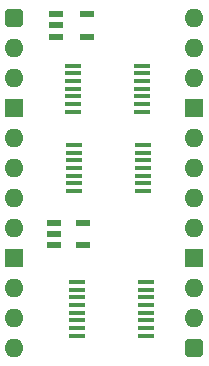
<source format=gts>
%TF.GenerationSoftware,KiCad,Pcbnew,9.0.7*%
%TF.CreationDate,2026-02-20T09:43:29+02:00*%
%TF.ProjectId,HCP65 Hold Count,48435036-3520-4486-9f6c-6420436f756e,V2*%
%TF.SameCoordinates,Original*%
%TF.FileFunction,Soldermask,Top*%
%TF.FilePolarity,Negative*%
%FSLAX46Y46*%
G04 Gerber Fmt 4.6, Leading zero omitted, Abs format (unit mm)*
G04 Created by KiCad (PCBNEW 9.0.7) date 2026-02-20 09:43:29*
%MOMM*%
%LPD*%
G01*
G04 APERTURE LIST*
G04 Aperture macros list*
%AMRoundRect*
0 Rectangle with rounded corners*
0 $1 Rounding radius*
0 $2 $3 $4 $5 $6 $7 $8 $9 X,Y pos of 4 corners*
0 Add a 4 corners polygon primitive as box body*
4,1,4,$2,$3,$4,$5,$6,$7,$8,$9,$2,$3,0*
0 Add four circle primitives for the rounded corners*
1,1,$1+$1,$2,$3*
1,1,$1+$1,$4,$5*
1,1,$1+$1,$6,$7*
1,1,$1+$1,$8,$9*
0 Add four rect primitives between the rounded corners*
20,1,$1+$1,$2,$3,$4,$5,0*
20,1,$1+$1,$4,$5,$6,$7,0*
20,1,$1+$1,$6,$7,$8,$9,0*
20,1,$1+$1,$8,$9,$2,$3,0*%
G04 Aperture macros list end*
%ADD10R,1.250000X0.600000*%
%ADD11R,1.475000X0.450000*%
%ADD12O,1.600000X1.600000*%
%ADD13R,1.600000X1.600000*%
%ADD14RoundRect,0.400000X-0.400000X-0.400000X0.400000X-0.400000X0.400000X0.400000X-0.400000X0.400000X0*%
%ADD15R,1.150000X0.600000*%
%ADD16R,1.450000X0.450000*%
G04 APERTURE END LIST*
D10*
%TO.C,IC28*%
X3322000Y-17338000D03*
X3322000Y-18288000D03*
X3322000Y-19238000D03*
X5822000Y-19238000D03*
X5822000Y-17338000D03*
%TD*%
D11*
%TO.C,IC26*%
X5046000Y-10765000D03*
X5046000Y-11415000D03*
X5046000Y-12065000D03*
X5046000Y-12715000D03*
X5046000Y-13365000D03*
X5046000Y-14015000D03*
X5046000Y-14665000D03*
X10922000Y-14665000D03*
X10922000Y-14015000D03*
X10922000Y-13365000D03*
X10922000Y-12715000D03*
X10922000Y-12065000D03*
X10922000Y-11415000D03*
X10922000Y-10765000D03*
%TD*%
%TO.C,IC24*%
X4919000Y-4049000D03*
X4919000Y-4699000D03*
X4919000Y-5349000D03*
X4919000Y-5999000D03*
X4919000Y-6649000D03*
X4919000Y-7299000D03*
X4919000Y-7949000D03*
X10795000Y-7949000D03*
X10795000Y-7299000D03*
X10795000Y-6649000D03*
X10795000Y-5999000D03*
X10795000Y-5349000D03*
X10795000Y-4699000D03*
X10795000Y-4049000D03*
%TD*%
D12*
%TO.C,J1*%
X15240000Y0D03*
X15240000Y-2540000D03*
X15240000Y-5080000D03*
D13*
X15240000Y-7620000D03*
D12*
X15240000Y-10160000D03*
X15240000Y-12700000D03*
X15240000Y-15240000D03*
X15240000Y-17780000D03*
D13*
X15240000Y-20320000D03*
D12*
X15240000Y-22860000D03*
X15240000Y-25400000D03*
D14*
X15240000Y-27940000D03*
D12*
X0Y-27940000D03*
X0Y-25400000D03*
X0Y-22860000D03*
D13*
X0Y-20320000D03*
D12*
X0Y-17780000D03*
X0Y-15240000D03*
X0Y-12700000D03*
X0Y-10160000D03*
D13*
X0Y-7620000D03*
D12*
X0Y-5080000D03*
X0Y-2540000D03*
D14*
X0Y0D03*
%TD*%
D15*
%TO.C,IC2*%
X3511002Y315000D03*
X3511002Y-635000D03*
X3511002Y-1585000D03*
X6111002Y-1585000D03*
X6111002Y315000D03*
%TD*%
D16*
%TO.C,IC23*%
X5330000Y-22363000D03*
X5330000Y-23013000D03*
X5330000Y-23663000D03*
X5330000Y-24313000D03*
X5330000Y-24963000D03*
X5330000Y-25613000D03*
X5330000Y-26263000D03*
X5330000Y-26913000D03*
X11180000Y-26913000D03*
X11180000Y-26263000D03*
X11180000Y-25613000D03*
X11180000Y-24963000D03*
X11180000Y-24313000D03*
X11180000Y-23663000D03*
X11180000Y-23013000D03*
X11180000Y-22363000D03*
%TD*%
M02*

</source>
